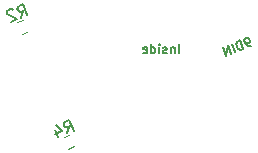
<source format=gbr>
G04 #@! TF.GenerationSoftware,KiCad,Pcbnew,(6.0.6-0)*
G04 #@! TF.CreationDate,2023-01-10T14:02:24-05:00*
G04 #@! TF.ProjectId,RGB Blaster 8DIN Adapter,52474220-426c-4617-9374-657220384449,1*
G04 #@! TF.SameCoordinates,Original*
G04 #@! TF.FileFunction,Legend,Bot*
G04 #@! TF.FilePolarity,Positive*
%FSLAX46Y46*%
G04 Gerber Fmt 4.6, Leading zero omitted, Abs format (unit mm)*
G04 Created by KiCad (PCBNEW (6.0.6-0)) date 2023-01-10 14:02:24*
%MOMM*%
%LPD*%
G01*
G04 APERTURE LIST*
G04 Aperture macros list*
%AMRoundRect*
0 Rectangle with rounded corners*
0 $1 Rounding radius*
0 $2 $3 $4 $5 $6 $7 $8 $9 X,Y pos of 4 corners*
0 Add a 4 corners polygon primitive as box body*
4,1,4,$2,$3,$4,$5,$6,$7,$8,$9,$2,$3,0*
0 Add four circle primitives for the rounded corners*
1,1,$1+$1,$2,$3*
1,1,$1+$1,$4,$5*
1,1,$1+$1,$6,$7*
1,1,$1+$1,$8,$9*
0 Add four rect primitives between the rounded corners*
20,1,$1+$1,$2,$3,$4,$5,0*
20,1,$1+$1,$4,$5,$6,$7,0*
20,1,$1+$1,$6,$7,$8,$9,0*
20,1,$1+$1,$8,$9,$2,$3,0*%
G04 Aperture macros list end*
%ADD10C,0.127000*%
%ADD11C,0.150000*%
%ADD12C,0.120000*%
%ADD13C,1.601600*%
%ADD14RoundRect,0.050800X-1.573413X-1.444601X2.135323X0.053825X1.573413X1.444601X-2.135323X-0.053825X0*%
%ADD15C,1.625600*%
%ADD16RoundRect,0.350800X-0.021530X0.854129X-0.577840X0.629365X0.021530X-0.854129X0.577840X-0.629365X0*%
%ADD17RoundRect,0.288300X0.142827X0.313858X-0.320765X0.126555X-0.142827X-0.313858X0.320765X-0.126555X0*%
G04 APERTURE END LIST*
D10*
X142398225Y-102087714D02*
X142398225Y-101325714D01*
X142035368Y-101579714D02*
X142035368Y-102087714D01*
X142035368Y-101652285D02*
X141999082Y-101616000D01*
X141926510Y-101579714D01*
X141817653Y-101579714D01*
X141745082Y-101616000D01*
X141708796Y-101688571D01*
X141708796Y-102087714D01*
X141382225Y-102051428D02*
X141309653Y-102087714D01*
X141164510Y-102087714D01*
X141091939Y-102051428D01*
X141055653Y-101978857D01*
X141055653Y-101942571D01*
X141091939Y-101870000D01*
X141164510Y-101833714D01*
X141273368Y-101833714D01*
X141345939Y-101797428D01*
X141382225Y-101724857D01*
X141382225Y-101688571D01*
X141345939Y-101616000D01*
X141273368Y-101579714D01*
X141164510Y-101579714D01*
X141091939Y-101616000D01*
X140729082Y-102087714D02*
X140729082Y-101579714D01*
X140729082Y-101325714D02*
X140765368Y-101362000D01*
X140729082Y-101398285D01*
X140692796Y-101362000D01*
X140729082Y-101325714D01*
X140729082Y-101398285D01*
X140039653Y-102087714D02*
X140039653Y-101325714D01*
X140039653Y-102051428D02*
X140112225Y-102087714D01*
X140257368Y-102087714D01*
X140329939Y-102051428D01*
X140366225Y-102015142D01*
X140402510Y-101942571D01*
X140402510Y-101724857D01*
X140366225Y-101652285D01*
X140329939Y-101616000D01*
X140257368Y-101579714D01*
X140112225Y-101579714D01*
X140039653Y-101616000D01*
X139386510Y-102051428D02*
X139459082Y-102087714D01*
X139604225Y-102087714D01*
X139676796Y-102051428D01*
X139713082Y-101978857D01*
X139713082Y-101688571D01*
X139676796Y-101616000D01*
X139604225Y-101579714D01*
X139459082Y-101579714D01*
X139386510Y-101616000D01*
X139350225Y-101688571D01*
X139350225Y-101761142D01*
X139713082Y-101833714D01*
X148507073Y-101448665D02*
X148372499Y-101503036D01*
X148291619Y-101496578D01*
X148244383Y-101476528D01*
X148136317Y-101402783D01*
X148048302Y-101281801D01*
X147939559Y-101012653D01*
X147946017Y-100931773D01*
X147966068Y-100884537D01*
X148019762Y-100823708D01*
X148154336Y-100769336D01*
X148235216Y-100775794D01*
X148282452Y-100795845D01*
X148343282Y-100849539D01*
X148411246Y-101017756D01*
X148404788Y-101098636D01*
X148384738Y-101145873D01*
X148331043Y-101206702D01*
X148196469Y-101261074D01*
X148115589Y-101254616D01*
X148068353Y-101234565D01*
X148007524Y-101180871D01*
X147867846Y-101706929D02*
X147582396Y-101000415D01*
X147414178Y-101068379D01*
X147326841Y-101142801D01*
X147286739Y-101237274D01*
X147280282Y-101318154D01*
X147301010Y-101466321D01*
X147341788Y-101567252D01*
X147429803Y-101688233D01*
X147490632Y-101741927D01*
X147585105Y-101782028D01*
X147699629Y-101774893D01*
X147867846Y-101706929D01*
X147161332Y-101992379D02*
X146875882Y-101285865D01*
X146824897Y-102128308D02*
X146539447Y-101421794D01*
X146421175Y-102291422D01*
X146135724Y-101584908D01*
D11*
X129040478Y-99081941D02*
X129171155Y-98515556D01*
X129570297Y-98867880D02*
X129195691Y-97940697D01*
X128842478Y-98083404D01*
X128772013Y-98163232D01*
X128745700Y-98225222D01*
X128737225Y-98331364D01*
X128790740Y-98463819D01*
X128870569Y-98534284D01*
X128932559Y-98560597D01*
X129038700Y-98569072D01*
X129391913Y-98426364D01*
X128348335Y-98385768D02*
X128286345Y-98359455D01*
X128180204Y-98350980D01*
X127959446Y-98440172D01*
X127888981Y-98520001D01*
X127862668Y-98581991D01*
X127854193Y-98688132D01*
X127889870Y-98776435D01*
X127987536Y-98891052D01*
X128731417Y-99206810D01*
X128157446Y-99438710D01*
X132961017Y-108865698D02*
X133091694Y-108299313D01*
X133490836Y-108651637D02*
X133116230Y-107724454D01*
X132763017Y-107867161D01*
X132692552Y-107946989D01*
X132666239Y-108008979D01*
X132657764Y-108115121D01*
X132711279Y-108247576D01*
X132791108Y-108318041D01*
X132853098Y-108344354D01*
X132959239Y-108352829D01*
X133312452Y-108210121D01*
X131916550Y-108568667D02*
X132166288Y-109186790D01*
X131994601Y-108126262D02*
X132482935Y-108699344D01*
X131908964Y-108931244D01*
D12*
X129566148Y-100251592D02*
X129093796Y-100442435D01*
X129174684Y-99282685D02*
X128702332Y-99473528D01*
X133112970Y-109004422D02*
X132640618Y-109195265D01*
X133504434Y-109973329D02*
X133032082Y-110164172D01*
%LPC*%
D13*
X150381923Y-106377418D03*
X148527555Y-107126632D03*
X151487077Y-103773837D03*
X149632710Y-104523051D03*
X147778342Y-105272264D03*
X145923974Y-106021477D03*
X150274272Y-102106773D03*
X147492721Y-103230593D03*
X145638353Y-103979806D03*
D14*
X146662140Y-99866795D03*
D15*
X133003867Y-106744053D03*
X131149500Y-107493266D03*
X133839492Y-103526751D03*
X131076484Y-104643079D03*
D16*
X135886229Y-102559607D03*
X126178614Y-106481738D03*
D15*
X128322748Y-105755661D03*
X132766138Y-101911199D03*
X130199905Y-102473469D03*
X127972597Y-103847915D03*
D17*
X129980295Y-99520731D03*
X128288185Y-100204389D03*
X133918581Y-109242468D03*
X132226471Y-109926126D03*
M02*

</source>
